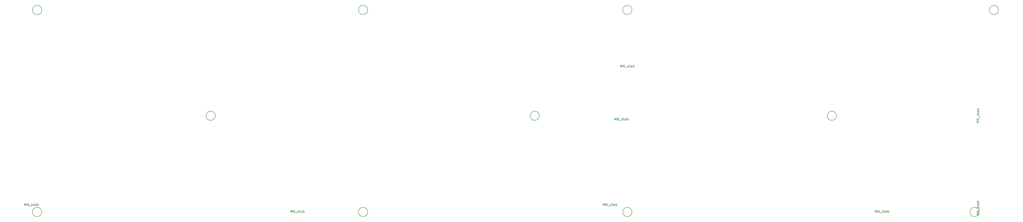
<source format=gbr>
%TF.GenerationSoftware,KiCad,Pcbnew,8.0.8*%
%TF.CreationDate,2025-02-22T23:30:56+01:00*%
%TF.ProjectId,fullsized keybored 3v3,66756c6c-7369-47a6-9564-206b6579626f,rev?*%
%TF.SameCoordinates,Original*%
%TF.FileFunction,Other,Comment*%
%FSLAX46Y46*%
G04 Gerber Fmt 4.6, Leading zero omitted, Abs format (unit mm)*
G04 Created by KiCad (PCBNEW 8.0.8) date 2025-02-22 23:30:56*
%MOMM*%
%LPD*%
G01*
G04 APERTURE LIST*
%ADD10C,0.150000*%
G04 APERTURE END LIST*
D10*
X428095569Y-146454464D02*
X427095569Y-146454464D01*
X427095569Y-146454464D02*
X427809854Y-146121131D01*
X427809854Y-146121131D02*
X427095569Y-145787798D01*
X427095569Y-145787798D02*
X428095569Y-145787798D01*
X427095569Y-145406845D02*
X428095569Y-144740179D01*
X427095569Y-144740179D02*
X428095569Y-145406845D01*
X428190807Y-144597322D02*
X428190807Y-143835417D01*
X428047950Y-143644940D02*
X428095569Y-143549702D01*
X428095569Y-143549702D02*
X428095569Y-143359226D01*
X428095569Y-143359226D02*
X428047950Y-143263988D01*
X428047950Y-143263988D02*
X427952711Y-143216369D01*
X427952711Y-143216369D02*
X427905092Y-143216369D01*
X427905092Y-143216369D02*
X427809854Y-143263988D01*
X427809854Y-143263988D02*
X427762235Y-143359226D01*
X427762235Y-143359226D02*
X427762235Y-143502083D01*
X427762235Y-143502083D02*
X427714616Y-143597321D01*
X427714616Y-143597321D02*
X427619378Y-143644940D01*
X427619378Y-143644940D02*
X427571759Y-143644940D01*
X427571759Y-143644940D02*
X427476521Y-143597321D01*
X427476521Y-143597321D02*
X427428902Y-143502083D01*
X427428902Y-143502083D02*
X427428902Y-143359226D01*
X427428902Y-143359226D02*
X427476521Y-143263988D01*
X427428902Y-142930654D02*
X427428902Y-142549702D01*
X427095569Y-142787797D02*
X427952711Y-142787797D01*
X427952711Y-142787797D02*
X428047950Y-142740178D01*
X428047950Y-142740178D02*
X428095569Y-142644940D01*
X428095569Y-142644940D02*
X428095569Y-142549702D01*
X428095569Y-141787797D02*
X427571759Y-141787797D01*
X427571759Y-141787797D02*
X427476521Y-141835416D01*
X427476521Y-141835416D02*
X427428902Y-141930654D01*
X427428902Y-141930654D02*
X427428902Y-142121130D01*
X427428902Y-142121130D02*
X427476521Y-142216368D01*
X428047950Y-141787797D02*
X428095569Y-141883035D01*
X428095569Y-141883035D02*
X428095569Y-142121130D01*
X428095569Y-142121130D02*
X428047950Y-142216368D01*
X428047950Y-142216368D02*
X427952711Y-142263987D01*
X427952711Y-142263987D02*
X427857473Y-142263987D01*
X427857473Y-142263987D02*
X427762235Y-142216368D01*
X427762235Y-142216368D02*
X427714616Y-142121130D01*
X427714616Y-142121130D02*
X427714616Y-141883035D01*
X427714616Y-141883035D02*
X427666997Y-141787797D01*
X428095569Y-141311606D02*
X427095569Y-141311606D01*
X427476521Y-141311606D02*
X427428902Y-141216368D01*
X427428902Y-141216368D02*
X427428902Y-141025892D01*
X427428902Y-141025892D02*
X427476521Y-140930654D01*
X427476521Y-140930654D02*
X427524140Y-140883035D01*
X427524140Y-140883035D02*
X427619378Y-140835416D01*
X427619378Y-140835416D02*
X427905092Y-140835416D01*
X427905092Y-140835416D02*
X428000330Y-140883035D01*
X428000330Y-140883035D02*
X428047950Y-140930654D01*
X428047950Y-140930654D02*
X428095569Y-141025892D01*
X428095569Y-141025892D02*
X428095569Y-141216368D01*
X428095569Y-141216368D02*
X428047950Y-141311606D01*
X428095569Y-108354464D02*
X427095569Y-108354464D01*
X427095569Y-108354464D02*
X427809854Y-108021131D01*
X427809854Y-108021131D02*
X427095569Y-107687798D01*
X427095569Y-107687798D02*
X428095569Y-107687798D01*
X427095569Y-107306845D02*
X428095569Y-106640179D01*
X427095569Y-106640179D02*
X428095569Y-107306845D01*
X428190807Y-106497322D02*
X428190807Y-105735417D01*
X428047950Y-105544940D02*
X428095569Y-105449702D01*
X428095569Y-105449702D02*
X428095569Y-105259226D01*
X428095569Y-105259226D02*
X428047950Y-105163988D01*
X428047950Y-105163988D02*
X427952711Y-105116369D01*
X427952711Y-105116369D02*
X427905092Y-105116369D01*
X427905092Y-105116369D02*
X427809854Y-105163988D01*
X427809854Y-105163988D02*
X427762235Y-105259226D01*
X427762235Y-105259226D02*
X427762235Y-105402083D01*
X427762235Y-105402083D02*
X427714616Y-105497321D01*
X427714616Y-105497321D02*
X427619378Y-105544940D01*
X427619378Y-105544940D02*
X427571759Y-105544940D01*
X427571759Y-105544940D02*
X427476521Y-105497321D01*
X427476521Y-105497321D02*
X427428902Y-105402083D01*
X427428902Y-105402083D02*
X427428902Y-105259226D01*
X427428902Y-105259226D02*
X427476521Y-105163988D01*
X427428902Y-104830654D02*
X427428902Y-104449702D01*
X427095569Y-104687797D02*
X427952711Y-104687797D01*
X427952711Y-104687797D02*
X428047950Y-104640178D01*
X428047950Y-104640178D02*
X428095569Y-104544940D01*
X428095569Y-104544940D02*
X428095569Y-104449702D01*
X428095569Y-103687797D02*
X427571759Y-103687797D01*
X427571759Y-103687797D02*
X427476521Y-103735416D01*
X427476521Y-103735416D02*
X427428902Y-103830654D01*
X427428902Y-103830654D02*
X427428902Y-104021130D01*
X427428902Y-104021130D02*
X427476521Y-104116368D01*
X428047950Y-103687797D02*
X428095569Y-103783035D01*
X428095569Y-103783035D02*
X428095569Y-104021130D01*
X428095569Y-104021130D02*
X428047950Y-104116368D01*
X428047950Y-104116368D02*
X427952711Y-104163987D01*
X427952711Y-104163987D02*
X427857473Y-104163987D01*
X427857473Y-104163987D02*
X427762235Y-104116368D01*
X427762235Y-104116368D02*
X427714616Y-104021130D01*
X427714616Y-104021130D02*
X427714616Y-103783035D01*
X427714616Y-103783035D02*
X427666997Y-103687797D01*
X428095569Y-103211606D02*
X427095569Y-103211606D01*
X427476521Y-103211606D02*
X427428902Y-103116368D01*
X427428902Y-103116368D02*
X427428902Y-102925892D01*
X427428902Y-102925892D02*
X427476521Y-102830654D01*
X427476521Y-102830654D02*
X427524140Y-102783035D01*
X427524140Y-102783035D02*
X427619378Y-102735416D01*
X427619378Y-102735416D02*
X427905092Y-102735416D01*
X427905092Y-102735416D02*
X428000330Y-102783035D01*
X428000330Y-102783035D02*
X428047950Y-102830654D01*
X428047950Y-102830654D02*
X428095569Y-102925892D01*
X428095569Y-102925892D02*
X428095569Y-103116368D01*
X428095569Y-103116368D02*
X428047950Y-103211606D01*
X35314285Y-142726569D02*
X35314285Y-141726569D01*
X35314285Y-141726569D02*
X35647618Y-142440854D01*
X35647618Y-142440854D02*
X35980951Y-141726569D01*
X35980951Y-141726569D02*
X35980951Y-142726569D01*
X36361904Y-141726569D02*
X37028570Y-142726569D01*
X37028570Y-141726569D02*
X36361904Y-142726569D01*
X37171428Y-142821807D02*
X37933332Y-142821807D01*
X38123809Y-142678950D02*
X38219047Y-142726569D01*
X38219047Y-142726569D02*
X38409523Y-142726569D01*
X38409523Y-142726569D02*
X38504761Y-142678950D01*
X38504761Y-142678950D02*
X38552380Y-142583711D01*
X38552380Y-142583711D02*
X38552380Y-142536092D01*
X38552380Y-142536092D02*
X38504761Y-142440854D01*
X38504761Y-142440854D02*
X38409523Y-142393235D01*
X38409523Y-142393235D02*
X38266666Y-142393235D01*
X38266666Y-142393235D02*
X38171428Y-142345616D01*
X38171428Y-142345616D02*
X38123809Y-142250378D01*
X38123809Y-142250378D02*
X38123809Y-142202759D01*
X38123809Y-142202759D02*
X38171428Y-142107521D01*
X38171428Y-142107521D02*
X38266666Y-142059902D01*
X38266666Y-142059902D02*
X38409523Y-142059902D01*
X38409523Y-142059902D02*
X38504761Y-142107521D01*
X38838095Y-142059902D02*
X39219047Y-142059902D01*
X38980952Y-141726569D02*
X38980952Y-142583711D01*
X38980952Y-142583711D02*
X39028571Y-142678950D01*
X39028571Y-142678950D02*
X39123809Y-142726569D01*
X39123809Y-142726569D02*
X39219047Y-142726569D01*
X39980952Y-142726569D02*
X39980952Y-142202759D01*
X39980952Y-142202759D02*
X39933333Y-142107521D01*
X39933333Y-142107521D02*
X39838095Y-142059902D01*
X39838095Y-142059902D02*
X39647619Y-142059902D01*
X39647619Y-142059902D02*
X39552381Y-142107521D01*
X39980952Y-142678950D02*
X39885714Y-142726569D01*
X39885714Y-142726569D02*
X39647619Y-142726569D01*
X39647619Y-142726569D02*
X39552381Y-142678950D01*
X39552381Y-142678950D02*
X39504762Y-142583711D01*
X39504762Y-142583711D02*
X39504762Y-142488473D01*
X39504762Y-142488473D02*
X39552381Y-142393235D01*
X39552381Y-142393235D02*
X39647619Y-142345616D01*
X39647619Y-142345616D02*
X39885714Y-142345616D01*
X39885714Y-142345616D02*
X39980952Y-142297997D01*
X40457143Y-142726569D02*
X40457143Y-141726569D01*
X40457143Y-142107521D02*
X40552381Y-142059902D01*
X40552381Y-142059902D02*
X40742857Y-142059902D01*
X40742857Y-142059902D02*
X40838095Y-142107521D01*
X40838095Y-142107521D02*
X40885714Y-142155140D01*
X40885714Y-142155140D02*
X40933333Y-142250378D01*
X40933333Y-142250378D02*
X40933333Y-142536092D01*
X40933333Y-142536092D02*
X40885714Y-142631330D01*
X40885714Y-142631330D02*
X40838095Y-142678950D01*
X40838095Y-142678950D02*
X40742857Y-142726569D01*
X40742857Y-142726569D02*
X40552381Y-142726569D01*
X40552381Y-142726569D02*
X40457143Y-142678950D01*
X273439285Y-142726569D02*
X273439285Y-141726569D01*
X273439285Y-141726569D02*
X273772618Y-142440854D01*
X273772618Y-142440854D02*
X274105951Y-141726569D01*
X274105951Y-141726569D02*
X274105951Y-142726569D01*
X274486904Y-141726569D02*
X275153570Y-142726569D01*
X275153570Y-141726569D02*
X274486904Y-142726569D01*
X275296428Y-142821807D02*
X276058332Y-142821807D01*
X276248809Y-142678950D02*
X276344047Y-142726569D01*
X276344047Y-142726569D02*
X276534523Y-142726569D01*
X276534523Y-142726569D02*
X276629761Y-142678950D01*
X276629761Y-142678950D02*
X276677380Y-142583711D01*
X276677380Y-142583711D02*
X276677380Y-142536092D01*
X276677380Y-142536092D02*
X276629761Y-142440854D01*
X276629761Y-142440854D02*
X276534523Y-142393235D01*
X276534523Y-142393235D02*
X276391666Y-142393235D01*
X276391666Y-142393235D02*
X276296428Y-142345616D01*
X276296428Y-142345616D02*
X276248809Y-142250378D01*
X276248809Y-142250378D02*
X276248809Y-142202759D01*
X276248809Y-142202759D02*
X276296428Y-142107521D01*
X276296428Y-142107521D02*
X276391666Y-142059902D01*
X276391666Y-142059902D02*
X276534523Y-142059902D01*
X276534523Y-142059902D02*
X276629761Y-142107521D01*
X276963095Y-142059902D02*
X277344047Y-142059902D01*
X277105952Y-141726569D02*
X277105952Y-142583711D01*
X277105952Y-142583711D02*
X277153571Y-142678950D01*
X277153571Y-142678950D02*
X277248809Y-142726569D01*
X277248809Y-142726569D02*
X277344047Y-142726569D01*
X278105952Y-142726569D02*
X278105952Y-142202759D01*
X278105952Y-142202759D02*
X278058333Y-142107521D01*
X278058333Y-142107521D02*
X277963095Y-142059902D01*
X277963095Y-142059902D02*
X277772619Y-142059902D01*
X277772619Y-142059902D02*
X277677381Y-142107521D01*
X278105952Y-142678950D02*
X278010714Y-142726569D01*
X278010714Y-142726569D02*
X277772619Y-142726569D01*
X277772619Y-142726569D02*
X277677381Y-142678950D01*
X277677381Y-142678950D02*
X277629762Y-142583711D01*
X277629762Y-142583711D02*
X277629762Y-142488473D01*
X277629762Y-142488473D02*
X277677381Y-142393235D01*
X277677381Y-142393235D02*
X277772619Y-142345616D01*
X277772619Y-142345616D02*
X278010714Y-142345616D01*
X278010714Y-142345616D02*
X278105952Y-142297997D01*
X278582143Y-142726569D02*
X278582143Y-141726569D01*
X278582143Y-142107521D02*
X278677381Y-142059902D01*
X278677381Y-142059902D02*
X278867857Y-142059902D01*
X278867857Y-142059902D02*
X278963095Y-142107521D01*
X278963095Y-142107521D02*
X279010714Y-142155140D01*
X279010714Y-142155140D02*
X279058333Y-142250378D01*
X279058333Y-142250378D02*
X279058333Y-142536092D01*
X279058333Y-142536092D02*
X279010714Y-142631330D01*
X279010714Y-142631330D02*
X278963095Y-142678950D01*
X278963095Y-142678950D02*
X278867857Y-142726569D01*
X278867857Y-142726569D02*
X278677381Y-142726569D01*
X278677381Y-142726569D02*
X278582143Y-142678950D01*
X144851785Y-145520569D02*
X144851785Y-144520569D01*
X144851785Y-144520569D02*
X145185118Y-145234854D01*
X145185118Y-145234854D02*
X145518451Y-144520569D01*
X145518451Y-144520569D02*
X145518451Y-145520569D01*
X145899404Y-144520569D02*
X146566070Y-145520569D01*
X146566070Y-144520569D02*
X145899404Y-145520569D01*
X146708928Y-145615807D02*
X147470832Y-145615807D01*
X147661309Y-145472950D02*
X147756547Y-145520569D01*
X147756547Y-145520569D02*
X147947023Y-145520569D01*
X147947023Y-145520569D02*
X148042261Y-145472950D01*
X148042261Y-145472950D02*
X148089880Y-145377711D01*
X148089880Y-145377711D02*
X148089880Y-145330092D01*
X148089880Y-145330092D02*
X148042261Y-145234854D01*
X148042261Y-145234854D02*
X147947023Y-145187235D01*
X147947023Y-145187235D02*
X147804166Y-145187235D01*
X147804166Y-145187235D02*
X147708928Y-145139616D01*
X147708928Y-145139616D02*
X147661309Y-145044378D01*
X147661309Y-145044378D02*
X147661309Y-144996759D01*
X147661309Y-144996759D02*
X147708928Y-144901521D01*
X147708928Y-144901521D02*
X147804166Y-144853902D01*
X147804166Y-144853902D02*
X147947023Y-144853902D01*
X147947023Y-144853902D02*
X148042261Y-144901521D01*
X148375595Y-144853902D02*
X148756547Y-144853902D01*
X148518452Y-144520569D02*
X148518452Y-145377711D01*
X148518452Y-145377711D02*
X148566071Y-145472950D01*
X148566071Y-145472950D02*
X148661309Y-145520569D01*
X148661309Y-145520569D02*
X148756547Y-145520569D01*
X149518452Y-145520569D02*
X149518452Y-144996759D01*
X149518452Y-144996759D02*
X149470833Y-144901521D01*
X149470833Y-144901521D02*
X149375595Y-144853902D01*
X149375595Y-144853902D02*
X149185119Y-144853902D01*
X149185119Y-144853902D02*
X149089881Y-144901521D01*
X149518452Y-145472950D02*
X149423214Y-145520569D01*
X149423214Y-145520569D02*
X149185119Y-145520569D01*
X149185119Y-145520569D02*
X149089881Y-145472950D01*
X149089881Y-145472950D02*
X149042262Y-145377711D01*
X149042262Y-145377711D02*
X149042262Y-145282473D01*
X149042262Y-145282473D02*
X149089881Y-145187235D01*
X149089881Y-145187235D02*
X149185119Y-145139616D01*
X149185119Y-145139616D02*
X149423214Y-145139616D01*
X149423214Y-145139616D02*
X149518452Y-145091997D01*
X149994643Y-145520569D02*
X149994643Y-144520569D01*
X149994643Y-144901521D02*
X150089881Y-144853902D01*
X150089881Y-144853902D02*
X150280357Y-144853902D01*
X150280357Y-144853902D02*
X150375595Y-144901521D01*
X150375595Y-144901521D02*
X150423214Y-144949140D01*
X150423214Y-144949140D02*
X150470833Y-145044378D01*
X150470833Y-145044378D02*
X150470833Y-145330092D01*
X150470833Y-145330092D02*
X150423214Y-145425330D01*
X150423214Y-145425330D02*
X150375595Y-145472950D01*
X150375595Y-145472950D02*
X150280357Y-145520569D01*
X150280357Y-145520569D02*
X150089881Y-145520569D01*
X150089881Y-145520569D02*
X149994643Y-145472950D01*
X280583035Y-85576569D02*
X280583035Y-84576569D01*
X280583035Y-84576569D02*
X280916368Y-85290854D01*
X280916368Y-85290854D02*
X281249701Y-84576569D01*
X281249701Y-84576569D02*
X281249701Y-85576569D01*
X281630654Y-84576569D02*
X282297320Y-85576569D01*
X282297320Y-84576569D02*
X281630654Y-85576569D01*
X282440178Y-85671807D02*
X283202082Y-85671807D01*
X283392559Y-85528950D02*
X283487797Y-85576569D01*
X283487797Y-85576569D02*
X283678273Y-85576569D01*
X283678273Y-85576569D02*
X283773511Y-85528950D01*
X283773511Y-85528950D02*
X283821130Y-85433711D01*
X283821130Y-85433711D02*
X283821130Y-85386092D01*
X283821130Y-85386092D02*
X283773511Y-85290854D01*
X283773511Y-85290854D02*
X283678273Y-85243235D01*
X283678273Y-85243235D02*
X283535416Y-85243235D01*
X283535416Y-85243235D02*
X283440178Y-85195616D01*
X283440178Y-85195616D02*
X283392559Y-85100378D01*
X283392559Y-85100378D02*
X283392559Y-85052759D01*
X283392559Y-85052759D02*
X283440178Y-84957521D01*
X283440178Y-84957521D02*
X283535416Y-84909902D01*
X283535416Y-84909902D02*
X283678273Y-84909902D01*
X283678273Y-84909902D02*
X283773511Y-84957521D01*
X284106845Y-84909902D02*
X284487797Y-84909902D01*
X284249702Y-84576569D02*
X284249702Y-85433711D01*
X284249702Y-85433711D02*
X284297321Y-85528950D01*
X284297321Y-85528950D02*
X284392559Y-85576569D01*
X284392559Y-85576569D02*
X284487797Y-85576569D01*
X285249702Y-85576569D02*
X285249702Y-85052759D01*
X285249702Y-85052759D02*
X285202083Y-84957521D01*
X285202083Y-84957521D02*
X285106845Y-84909902D01*
X285106845Y-84909902D02*
X284916369Y-84909902D01*
X284916369Y-84909902D02*
X284821131Y-84957521D01*
X285249702Y-85528950D02*
X285154464Y-85576569D01*
X285154464Y-85576569D02*
X284916369Y-85576569D01*
X284916369Y-85576569D02*
X284821131Y-85528950D01*
X284821131Y-85528950D02*
X284773512Y-85433711D01*
X284773512Y-85433711D02*
X284773512Y-85338473D01*
X284773512Y-85338473D02*
X284821131Y-85243235D01*
X284821131Y-85243235D02*
X284916369Y-85195616D01*
X284916369Y-85195616D02*
X285154464Y-85195616D01*
X285154464Y-85195616D02*
X285249702Y-85147997D01*
X285725893Y-85576569D02*
X285725893Y-84576569D01*
X285725893Y-84957521D02*
X285821131Y-84909902D01*
X285821131Y-84909902D02*
X286011607Y-84909902D01*
X286011607Y-84909902D02*
X286106845Y-84957521D01*
X286106845Y-84957521D02*
X286154464Y-85005140D01*
X286154464Y-85005140D02*
X286202083Y-85100378D01*
X286202083Y-85100378D02*
X286202083Y-85386092D01*
X286202083Y-85386092D02*
X286154464Y-85481330D01*
X286154464Y-85481330D02*
X286106845Y-85528950D01*
X286106845Y-85528950D02*
X286011607Y-85576569D01*
X286011607Y-85576569D02*
X285821131Y-85576569D01*
X285821131Y-85576569D02*
X285725893Y-85528950D01*
X385358035Y-145520569D02*
X385358035Y-144520569D01*
X385358035Y-144520569D02*
X385691368Y-145234854D01*
X385691368Y-145234854D02*
X386024701Y-144520569D01*
X386024701Y-144520569D02*
X386024701Y-145520569D01*
X386405654Y-144520569D02*
X387072320Y-145520569D01*
X387072320Y-144520569D02*
X386405654Y-145520569D01*
X387215178Y-145615807D02*
X387977082Y-145615807D01*
X388167559Y-145472950D02*
X388262797Y-145520569D01*
X388262797Y-145520569D02*
X388453273Y-145520569D01*
X388453273Y-145520569D02*
X388548511Y-145472950D01*
X388548511Y-145472950D02*
X388596130Y-145377711D01*
X388596130Y-145377711D02*
X388596130Y-145330092D01*
X388596130Y-145330092D02*
X388548511Y-145234854D01*
X388548511Y-145234854D02*
X388453273Y-145187235D01*
X388453273Y-145187235D02*
X388310416Y-145187235D01*
X388310416Y-145187235D02*
X388215178Y-145139616D01*
X388215178Y-145139616D02*
X388167559Y-145044378D01*
X388167559Y-145044378D02*
X388167559Y-144996759D01*
X388167559Y-144996759D02*
X388215178Y-144901521D01*
X388215178Y-144901521D02*
X388310416Y-144853902D01*
X388310416Y-144853902D02*
X388453273Y-144853902D01*
X388453273Y-144853902D02*
X388548511Y-144901521D01*
X388881845Y-144853902D02*
X389262797Y-144853902D01*
X389024702Y-144520569D02*
X389024702Y-145377711D01*
X389024702Y-145377711D02*
X389072321Y-145472950D01*
X389072321Y-145472950D02*
X389167559Y-145520569D01*
X389167559Y-145520569D02*
X389262797Y-145520569D01*
X390024702Y-145520569D02*
X390024702Y-144996759D01*
X390024702Y-144996759D02*
X389977083Y-144901521D01*
X389977083Y-144901521D02*
X389881845Y-144853902D01*
X389881845Y-144853902D02*
X389691369Y-144853902D01*
X389691369Y-144853902D02*
X389596131Y-144901521D01*
X390024702Y-145472950D02*
X389929464Y-145520569D01*
X389929464Y-145520569D02*
X389691369Y-145520569D01*
X389691369Y-145520569D02*
X389596131Y-145472950D01*
X389596131Y-145472950D02*
X389548512Y-145377711D01*
X389548512Y-145377711D02*
X389548512Y-145282473D01*
X389548512Y-145282473D02*
X389596131Y-145187235D01*
X389596131Y-145187235D02*
X389691369Y-145139616D01*
X389691369Y-145139616D02*
X389929464Y-145139616D01*
X389929464Y-145139616D02*
X390024702Y-145091997D01*
X390500893Y-145520569D02*
X390500893Y-144520569D01*
X390500893Y-144901521D02*
X390596131Y-144853902D01*
X390596131Y-144853902D02*
X390786607Y-144853902D01*
X390786607Y-144853902D02*
X390881845Y-144901521D01*
X390881845Y-144901521D02*
X390929464Y-144949140D01*
X390929464Y-144949140D02*
X390977083Y-145044378D01*
X390977083Y-145044378D02*
X390977083Y-145330092D01*
X390977083Y-145330092D02*
X390929464Y-145425330D01*
X390929464Y-145425330D02*
X390881845Y-145472950D01*
X390881845Y-145472950D02*
X390786607Y-145520569D01*
X390786607Y-145520569D02*
X390596131Y-145520569D01*
X390596131Y-145520569D02*
X390500893Y-145472950D01*
X278201785Y-107420569D02*
X278201785Y-106420569D01*
X278201785Y-106420569D02*
X278535118Y-107134854D01*
X278535118Y-107134854D02*
X278868451Y-106420569D01*
X278868451Y-106420569D02*
X278868451Y-107420569D01*
X279249404Y-106420569D02*
X279916070Y-107420569D01*
X279916070Y-106420569D02*
X279249404Y-107420569D01*
X280058928Y-107515807D02*
X280820832Y-107515807D01*
X281011309Y-107372950D02*
X281106547Y-107420569D01*
X281106547Y-107420569D02*
X281297023Y-107420569D01*
X281297023Y-107420569D02*
X281392261Y-107372950D01*
X281392261Y-107372950D02*
X281439880Y-107277711D01*
X281439880Y-107277711D02*
X281439880Y-107230092D01*
X281439880Y-107230092D02*
X281392261Y-107134854D01*
X281392261Y-107134854D02*
X281297023Y-107087235D01*
X281297023Y-107087235D02*
X281154166Y-107087235D01*
X281154166Y-107087235D02*
X281058928Y-107039616D01*
X281058928Y-107039616D02*
X281011309Y-106944378D01*
X281011309Y-106944378D02*
X281011309Y-106896759D01*
X281011309Y-106896759D02*
X281058928Y-106801521D01*
X281058928Y-106801521D02*
X281154166Y-106753902D01*
X281154166Y-106753902D02*
X281297023Y-106753902D01*
X281297023Y-106753902D02*
X281392261Y-106801521D01*
X281725595Y-106753902D02*
X282106547Y-106753902D01*
X281868452Y-106420569D02*
X281868452Y-107277711D01*
X281868452Y-107277711D02*
X281916071Y-107372950D01*
X281916071Y-107372950D02*
X282011309Y-107420569D01*
X282011309Y-107420569D02*
X282106547Y-107420569D01*
X282868452Y-107420569D02*
X282868452Y-106896759D01*
X282868452Y-106896759D02*
X282820833Y-106801521D01*
X282820833Y-106801521D02*
X282725595Y-106753902D01*
X282725595Y-106753902D02*
X282535119Y-106753902D01*
X282535119Y-106753902D02*
X282439881Y-106801521D01*
X282868452Y-107372950D02*
X282773214Y-107420569D01*
X282773214Y-107420569D02*
X282535119Y-107420569D01*
X282535119Y-107420569D02*
X282439881Y-107372950D01*
X282439881Y-107372950D02*
X282392262Y-107277711D01*
X282392262Y-107277711D02*
X282392262Y-107182473D01*
X282392262Y-107182473D02*
X282439881Y-107087235D01*
X282439881Y-107087235D02*
X282535119Y-107039616D01*
X282535119Y-107039616D02*
X282773214Y-107039616D01*
X282773214Y-107039616D02*
X282868452Y-106991997D01*
X283344643Y-107420569D02*
X283344643Y-106420569D01*
X283344643Y-106801521D02*
X283439881Y-106753902D01*
X283439881Y-106753902D02*
X283630357Y-106753902D01*
X283630357Y-106753902D02*
X283725595Y-106801521D01*
X283725595Y-106801521D02*
X283773214Y-106849140D01*
X283773214Y-106849140D02*
X283820833Y-106944378D01*
X283820833Y-106944378D02*
X283820833Y-107230092D01*
X283820833Y-107230092D02*
X283773214Y-107325330D01*
X283773214Y-107325330D02*
X283725595Y-107372950D01*
X283725595Y-107372950D02*
X283630357Y-107420569D01*
X283630357Y-107420569D02*
X283439881Y-107420569D01*
X283439881Y-107420569D02*
X283344643Y-107372950D01*
%TO.C,H7*%
X285268750Y-145256250D02*
G75*
G02*
X281468750Y-145256250I-1900000J0D01*
G01*
X281468750Y-145256250D02*
G75*
G02*
X285268750Y-145256250I1900000J0D01*
G01*
%TO.C,H8*%
X428143750Y-145256250D02*
G75*
G02*
X424343750Y-145256250I-1900000J0D01*
G01*
X424343750Y-145256250D02*
G75*
G02*
X428143750Y-145256250I1900000J0D01*
G01*
%TO.C,H3*%
X285268750Y-61912500D02*
G75*
G02*
X281468750Y-61912500I-1900000J0D01*
G01*
X281468750Y-61912500D02*
G75*
G02*
X285268750Y-61912500I1900000J0D01*
G01*
%TO.C,H11*%
X369406250Y-105568750D02*
G75*
G02*
X365606250Y-105568750I-1900000J0D01*
G01*
X365606250Y-105568750D02*
G75*
G02*
X369406250Y-105568750I1900000J0D01*
G01*
%TO.C,H1*%
X42381250Y-61912500D02*
G75*
G02*
X38581250Y-61912500I-1900000J0D01*
G01*
X38581250Y-61912500D02*
G75*
G02*
X42381250Y-61912500I1900000J0D01*
G01*
%TO.C,H2*%
X176525000Y-61912500D02*
G75*
G02*
X172725000Y-61912500I-1900000J0D01*
G01*
X172725000Y-61912500D02*
G75*
G02*
X176525000Y-61912500I1900000J0D01*
G01*
%TO.C,H4*%
X436081250Y-61912500D02*
G75*
G02*
X432281250Y-61912500I-1900000J0D01*
G01*
X432281250Y-61912500D02*
G75*
G02*
X436081250Y-61912500I1900000J0D01*
G01*
%TO.C,H5*%
X42381250Y-145256250D02*
G75*
G02*
X38581250Y-145256250I-1900000J0D01*
G01*
X38581250Y-145256250D02*
G75*
G02*
X42381250Y-145256250I1900000J0D01*
G01*
%TO.C,H6*%
X176525000Y-145256250D02*
G75*
G02*
X172725000Y-145256250I-1900000J0D01*
G01*
X172725000Y-145256250D02*
G75*
G02*
X176525000Y-145256250I1900000J0D01*
G01*
%TO.C,H10*%
X247168750Y-105568750D02*
G75*
G02*
X243368750Y-105568750I-1900000J0D01*
G01*
X243368750Y-105568750D02*
G75*
G02*
X247168750Y-105568750I1900000J0D01*
G01*
%TO.C,H9*%
X113818750Y-105568750D02*
G75*
G02*
X110018750Y-105568750I-1900000J0D01*
G01*
X110018750Y-105568750D02*
G75*
G02*
X113818750Y-105568750I1900000J0D01*
G01*
%TD*%
M02*

</source>
